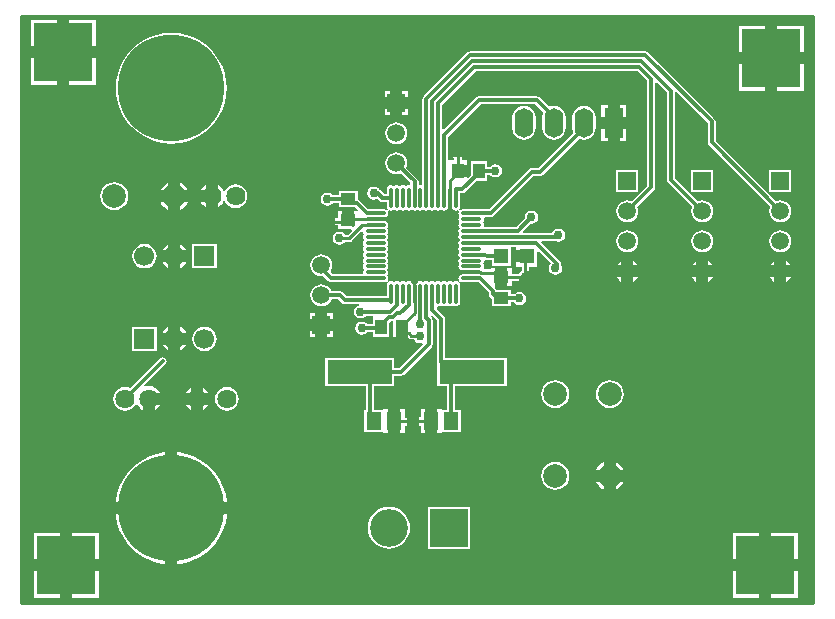
<source format=gbl>
G04*
G04 #@! TF.GenerationSoftware,Altium Limited,Altium Designer,19.1.5 (86)*
G04*
G04 Layer_Physical_Order=4*
G04 Layer_Color=16711680*
%FSLAX25Y25*%
%MOIN*%
G70*
G01*
G75*
%ADD13C,0.01000*%
%ADD15R,0.05000X0.05000*%
%ADD19R,0.05118X0.05906*%
%ADD43C,0.01200*%
%ADD45C,0.06693*%
%ADD46R,0.06693X0.06693*%
%ADD47R,0.06299X0.09843*%
%ADD48O,0.06299X0.09843*%
%ADD49R,0.05906X0.05906*%
%ADD50C,0.05906*%
%ADD51C,0.35433*%
%ADD52C,0.06400*%
%ADD53C,0.07900*%
%ADD54C,0.12598*%
%ADD55R,0.12598X0.12598*%
%ADD56R,0.19685X0.19685*%
%ADD57R,0.19685X0.19685*%
%ADD58C,0.03000*%
%ADD59O,0.07087X0.01181*%
%ADD60O,0.01181X0.07087*%
%ADD61R,0.21654X0.07874*%
%ADD62R,0.05118X0.03937*%
%ADD63R,0.03937X0.05118*%
G36*
X299000Y57500D02*
X35000D01*
Y253000D01*
X299000D01*
Y57500D01*
D02*
G37*
%LPC*%
G36*
X59842Y251842D02*
X51000D01*
Y243000D01*
X59842D01*
Y251842D01*
D02*
G37*
G36*
X47000D02*
X38157D01*
Y243000D01*
X47000D01*
Y251842D01*
D02*
G37*
G36*
X295843Y249843D02*
X287000D01*
Y241000D01*
X295843D01*
Y249843D01*
D02*
G37*
G36*
X283000D02*
X274158D01*
Y241000D01*
X283000D01*
Y249843D01*
D02*
G37*
G36*
X59842Y239000D02*
X51000D01*
Y230157D01*
X59842D01*
Y239000D01*
D02*
G37*
G36*
X47000D02*
X38157D01*
Y230157D01*
X47000D01*
Y239000D01*
D02*
G37*
G36*
X295843Y237000D02*
X287000D01*
Y228157D01*
X295843D01*
Y237000D01*
D02*
G37*
G36*
X283000D02*
X274158D01*
Y228157D01*
X283000D01*
Y237000D01*
D02*
G37*
G36*
X163953Y227953D02*
X162000D01*
Y226000D01*
X163953D01*
Y227953D01*
D02*
G37*
G36*
X158000D02*
X156047D01*
Y226000D01*
X158000D01*
Y227953D01*
D02*
G37*
G36*
X163953Y222000D02*
X162000D01*
Y220047D01*
X163953D01*
Y222000D01*
D02*
G37*
G36*
X158000D02*
X156047D01*
Y220047D01*
X158000D01*
Y222000D01*
D02*
G37*
G36*
X236650Y223421D02*
X234500D01*
Y219500D01*
X236650D01*
Y223421D01*
D02*
G37*
G36*
X230500D02*
X228350D01*
Y219500D01*
X230500D01*
Y223421D01*
D02*
G37*
G36*
X202500Y223154D02*
X201495Y223022D01*
X200559Y222634D01*
X199754Y222017D01*
X199137Y221213D01*
X198749Y220277D01*
X198617Y219272D01*
Y215728D01*
X198749Y214723D01*
X198894Y214373D01*
X198920Y214245D01*
X198992Y214137D01*
X199137Y213787D01*
X199754Y212983D01*
X200559Y212366D01*
X201495Y211978D01*
X202500Y211845D01*
X203505Y211978D01*
X204441Y212366D01*
X205246Y212983D01*
X205863Y213787D01*
X206251Y214723D01*
X206383Y215728D01*
Y219272D01*
X206251Y220277D01*
X205863Y221213D01*
X205246Y222017D01*
X204441Y222634D01*
X203505Y223022D01*
X202500Y223154D01*
D02*
G37*
G36*
X236650Y215500D02*
X234500D01*
Y211579D01*
X236650D01*
Y215500D01*
D02*
G37*
G36*
X230500D02*
X228350D01*
Y211579D01*
X230500D01*
Y215500D01*
D02*
G37*
G36*
X85000Y247456D02*
X82591Y247298D01*
X80223Y246827D01*
X77937Y246051D01*
X75772Y244983D01*
X73765Y243642D01*
X71950Y242050D01*
X70358Y240235D01*
X69017Y238228D01*
X67949Y236063D01*
X67173Y233777D01*
X66702Y231409D01*
X66544Y229000D01*
X66702Y226591D01*
X67173Y224223D01*
X67949Y221937D01*
X69017Y219772D01*
X70358Y217765D01*
X71950Y215950D01*
X73765Y214358D01*
X75772Y213017D01*
X77937Y211949D01*
X80223Y211173D01*
X82591Y210702D01*
X85000Y210544D01*
X87409Y210702D01*
X89777Y211173D01*
X92063Y211949D01*
X94228Y213017D01*
X96235Y214358D01*
X98050Y215950D01*
X99642Y217765D01*
X100983Y219772D01*
X102051Y221937D01*
X102827Y224223D01*
X103298Y226591D01*
X103456Y229000D01*
X103298Y231409D01*
X102827Y233777D01*
X102051Y236063D01*
X100983Y238228D01*
X99642Y240235D01*
X98050Y242050D01*
X96235Y243642D01*
X94228Y244983D01*
X92063Y246051D01*
X89777Y246827D01*
X87409Y247298D01*
X85000Y247456D01*
D02*
G37*
G36*
X160000Y217684D02*
X159046Y217559D01*
X158158Y217191D01*
X157395Y216605D01*
X156809Y215842D01*
X156441Y214954D01*
X156316Y214000D01*
X156441Y213046D01*
X156809Y212158D01*
X157395Y211395D01*
X158158Y210809D01*
X159046Y210441D01*
X160000Y210316D01*
X160954Y210441D01*
X161842Y210809D01*
X162605Y211395D01*
X163191Y212158D01*
X163559Y213046D01*
X163684Y214000D01*
X163559Y214954D01*
X163191Y215842D01*
X162605Y216605D01*
X161842Y217191D01*
X160954Y217559D01*
X160000Y217684D01*
D02*
G37*
G36*
X88000Y197529D02*
Y195000D01*
X90529D01*
X90324Y195496D01*
X89530Y196530D01*
X88496Y197324D01*
X88000Y197529D01*
D02*
G37*
G36*
X96500Y196718D02*
X96382Y196669D01*
X95504Y195995D01*
X94831Y195118D01*
X94782Y195000D01*
X96500D01*
Y196718D01*
D02*
G37*
G36*
X84000Y197529D02*
X83504Y197324D01*
X82470Y196530D01*
X81676Y195496D01*
X81471Y195000D01*
X84000D01*
Y197529D01*
D02*
G37*
G36*
X106374Y196934D02*
X105356Y196800D01*
X104407Y196407D01*
X103593Y195782D01*
X102967Y194967D01*
X102870Y194732D01*
X102329D01*
X102169Y195118D01*
X101496Y195995D01*
X100618Y196669D01*
X100500Y196718D01*
Y193000D01*
Y189282D01*
X100618Y189331D01*
X101496Y190005D01*
X102169Y190882D01*
X102329Y191268D01*
X102870D01*
X102967Y191033D01*
X103593Y190218D01*
X104407Y189593D01*
X105356Y189200D01*
X106374Y189066D01*
X107392Y189200D01*
X108341Y189593D01*
X109155Y190218D01*
X109781Y191033D01*
X110174Y191982D01*
X110308Y193000D01*
X110174Y194018D01*
X109781Y194967D01*
X109155Y195782D01*
X108341Y196407D01*
X107392Y196800D01*
X106374Y196934D01*
D02*
G37*
G36*
X291653Y201653D02*
X284347D01*
Y194347D01*
X291653D01*
Y201653D01*
D02*
G37*
G36*
X265653D02*
X258347D01*
Y194347D01*
X265653D01*
Y201653D01*
D02*
G37*
G36*
X240653D02*
X233347D01*
Y194347D01*
X240653D01*
Y201653D01*
D02*
G37*
G36*
X96500Y191000D02*
X94782D01*
X94831Y190882D01*
X95504Y190005D01*
X96382Y189331D01*
X96500Y189282D01*
Y191000D01*
D02*
G37*
G36*
X90529D02*
X88000D01*
Y188471D01*
X88496Y188676D01*
X89530Y189470D01*
X90324Y190504D01*
X90529Y191000D01*
D02*
G37*
G36*
X84000D02*
X81471D01*
X81676Y190504D01*
X82470Y189470D01*
X83504Y188676D01*
X84000Y188471D01*
Y191000D01*
D02*
G37*
G36*
X66000Y197690D02*
X64786Y197530D01*
X63655Y197062D01*
X62684Y196316D01*
X61938Y195345D01*
X61470Y194214D01*
X61310Y193000D01*
X61470Y191786D01*
X61938Y190655D01*
X62684Y189684D01*
X63655Y188938D01*
X64786Y188470D01*
X66000Y188310D01*
X67214Y188470D01*
X68345Y188938D01*
X69316Y189684D01*
X70062Y190655D01*
X70530Y191786D01*
X70690Y193000D01*
X70530Y194214D01*
X70062Y195345D01*
X69316Y196316D01*
X68345Y197062D01*
X67214Y197530D01*
X66000Y197690D01*
D02*
G37*
G36*
X243000Y241325D02*
X184626D01*
X184119Y241225D01*
X183689Y240937D01*
X169047Y226295D01*
X168760Y225866D01*
X168659Y225358D01*
Y197076D01*
X168159Y196685D01*
X168016Y196713D01*
X167873Y196685D01*
X167373Y197076D01*
Y197953D01*
X167272Y198460D01*
X166984Y198890D01*
X163345Y202530D01*
X163559Y203046D01*
X163684Y204000D01*
X163559Y204954D01*
X163191Y205842D01*
X162605Y206605D01*
X161842Y207191D01*
X160954Y207559D01*
X160000Y207684D01*
X159046Y207559D01*
X158158Y207191D01*
X157395Y206605D01*
X156809Y205842D01*
X156441Y204954D01*
X156316Y204000D01*
X156441Y203046D01*
X156809Y202158D01*
X157395Y201395D01*
X158158Y200809D01*
X159046Y200441D01*
X160000Y200316D01*
X160954Y200441D01*
X161470Y200655D01*
X164603Y197522D01*
X164580Y197001D01*
X164185Y196692D01*
X164079Y196713D01*
X163575Y196613D01*
X163148Y196328D01*
X163041D01*
X162614Y196613D01*
X162110Y196713D01*
X161607Y196613D01*
X161521Y196556D01*
X161126Y196355D01*
X160731Y196556D01*
X160645Y196613D01*
X160142Y196713D01*
X159638Y196613D01*
X159553Y196556D01*
X159158Y196355D01*
X158762Y196556D01*
X158677Y196613D01*
X158173Y196713D01*
X157670Y196613D01*
X157243Y196328D01*
X156958Y195901D01*
X156857Y195398D01*
Y193770D01*
X155903D01*
X154736Y194937D01*
X154345Y195199D01*
X154086Y195586D01*
X153358Y196072D01*
X152500Y196243D01*
X151642Y196072D01*
X150914Y195586D01*
X150428Y194858D01*
X150257Y194000D01*
X150428Y193142D01*
X150914Y192414D01*
X151642Y191928D01*
X152500Y191757D01*
X153358Y191928D01*
X153741Y192183D01*
X154417Y191508D01*
X154847Y191220D01*
X155354Y191119D01*
X156857D01*
Y189492D01*
X156958Y188989D01*
X157077Y188810D01*
X157130Y188730D01*
X156770Y188370D01*
X156690Y188423D01*
X156511Y188542D01*
X156008Y188643D01*
X153104D01*
X153055Y188652D01*
X150670D01*
X147754Y191569D01*
X147324Y191856D01*
X147259Y191869D01*
Y194668D01*
X140741D01*
Y193325D01*
X138760D01*
X138586Y193586D01*
X137858Y194072D01*
X137000Y194243D01*
X136142Y194072D01*
X135414Y193586D01*
X134928Y192858D01*
X134757Y192000D01*
X134928Y191142D01*
X135414Y190414D01*
X136142Y189928D01*
X137000Y189757D01*
X137858Y189928D01*
X138586Y190414D01*
X138760Y190674D01*
X140741D01*
Y189331D01*
X145240D01*
X145369Y189306D01*
X146267D01*
X147152Y188421D01*
X146945Y187921D01*
X146039D01*
Y184953D01*
X142039D01*
Y187921D01*
X140480D01*
Y185723D01*
X139689D01*
X139500Y186007D01*
Y184500D01*
Y182993D01*
X139689Y183276D01*
X140480D01*
Y181984D01*
X144912D01*
X145103Y181522D01*
X143804Y180224D01*
X142828D01*
X142586Y180586D01*
X141858Y181072D01*
X141000Y181243D01*
X140142Y181072D01*
X139414Y180586D01*
X138928Y179858D01*
X138757Y179000D01*
X138928Y178142D01*
X139414Y177414D01*
X140142Y176928D01*
X141000Y176757D01*
X141858Y176928D01*
X142586Y177414D01*
X142828Y177777D01*
X144311D01*
X144779Y177870D01*
X145176Y178135D01*
X148308Y181266D01*
X148850Y181102D01*
X148887Y180918D01*
X148944Y180832D01*
X149145Y180437D01*
X148944Y180042D01*
X148887Y179956D01*
X148786Y179453D01*
X148887Y178949D01*
X149172Y178522D01*
Y178415D01*
X148887Y177988D01*
X148786Y177484D01*
X148887Y176981D01*
X148944Y176895D01*
X149145Y176500D01*
X148944Y176105D01*
X148887Y176019D01*
X148786Y175516D01*
X148887Y175012D01*
X148944Y174927D01*
X149145Y174531D01*
X148944Y174136D01*
X148887Y174051D01*
X148786Y173547D01*
X148887Y173044D01*
X149172Y172617D01*
Y172509D01*
X148887Y172082D01*
X148786Y171579D01*
X148887Y171075D01*
X148944Y170990D01*
X149145Y170595D01*
X148944Y170199D01*
X148887Y170114D01*
X148786Y169610D01*
X148887Y169107D01*
X149172Y168680D01*
Y168572D01*
X148887Y168145D01*
X148786Y167642D01*
X148817Y167489D01*
X148431Y166989D01*
X138804D01*
X137950Y167844D01*
X138191Y168158D01*
X138559Y169046D01*
X138684Y170000D01*
X138559Y170954D01*
X138191Y171842D01*
X137605Y172605D01*
X136842Y173191D01*
X135954Y173559D01*
X135000Y173684D01*
X134046Y173559D01*
X133158Y173191D01*
X132395Y172605D01*
X131809Y171842D01*
X131441Y170954D01*
X131316Y170000D01*
X131441Y169046D01*
X131809Y168158D01*
X132395Y167395D01*
X133158Y166809D01*
X134046Y166441D01*
X135000Y166316D01*
X135644Y166401D01*
X137318Y164726D01*
X137748Y164439D01*
X138255Y164338D01*
X150112D01*
X150159Y164348D01*
X153055D01*
X153104Y164357D01*
X156008D01*
X156511Y164458D01*
X156690Y164577D01*
X156770Y164630D01*
X157130Y164270D01*
X157077Y164190D01*
X156958Y164011D01*
X156857Y163508D01*
Y160604D01*
X156848Y160555D01*
Y159799D01*
X143307D01*
X142169Y160937D01*
X141739Y161225D01*
X141232Y161326D01*
X138405D01*
X138191Y161842D01*
X137605Y162605D01*
X136842Y163191D01*
X135954Y163559D01*
X135000Y163684D01*
X134046Y163559D01*
X133158Y163191D01*
X132395Y162605D01*
X131809Y161842D01*
X131441Y160954D01*
X131316Y160000D01*
X131441Y159046D01*
X131809Y158158D01*
X132395Y157395D01*
X133158Y156809D01*
X134046Y156441D01*
X135000Y156316D01*
X135954Y156441D01*
X136842Y156809D01*
X137605Y157395D01*
X138191Y158158D01*
X138405Y158675D01*
X140683D01*
X141821Y157537D01*
X142251Y157249D01*
X142758Y157148D01*
X147475D01*
X147524Y156648D01*
X147142Y156572D01*
X146414Y156086D01*
X145928Y155358D01*
X145757Y154500D01*
X145928Y153642D01*
X146414Y152914D01*
X147142Y152428D01*
X148000Y152257D01*
X148858Y152428D01*
X149586Y152914D01*
X149760Y153174D01*
X152175D01*
X152284Y152720D01*
X152284D01*
Y150326D01*
X150260D01*
X150086Y150586D01*
X149358Y151072D01*
X148500Y151243D01*
X147642Y151072D01*
X146914Y150586D01*
X146428Y149858D01*
X146257Y149000D01*
X146428Y148142D01*
X146914Y147414D01*
X147642Y146928D01*
X148500Y146757D01*
X149358Y146928D01*
X150086Y147414D01*
X150260Y147675D01*
X152284D01*
Y146202D01*
X157621D01*
Y150845D01*
X158051Y151275D01*
X158734D01*
X159031Y151030D01*
Y145941D01*
X160000D01*
Y149500D01*
X164000D01*
Y145770D01*
X164135Y145635D01*
X164532Y145370D01*
X165000Y145276D01*
X165811D01*
X166198Y144698D01*
X167025Y144145D01*
X168000Y143951D01*
X168461Y144043D01*
X168707Y143582D01*
X160951Y135826D01*
X159326D01*
Y139137D01*
X136272D01*
Y129863D01*
X149811D01*
Y121653D01*
X149241D01*
Y114347D01*
X155634D01*
Y114047D01*
X157193D01*
Y118000D01*
Y121953D01*
X155634D01*
Y121653D01*
X152462D01*
Y129863D01*
X159326D01*
Y133175D01*
X161500D01*
X162007Y133275D01*
X162437Y133563D01*
X171737Y142863D01*
X172025Y143293D01*
X172125Y143800D01*
Y151660D01*
X172025Y152167D01*
X171737Y152597D01*
X171469Y152865D01*
X171500Y153083D01*
X172030Y153260D01*
X173649Y151641D01*
Y137837D01*
X173674Y137709D01*
Y129863D01*
X177021D01*
Y121653D01*
X175213D01*
Y121953D01*
X173654D01*
Y118000D01*
Y114047D01*
X175213D01*
Y114347D01*
X181606D01*
Y121653D01*
X179672D01*
Y129863D01*
X196728D01*
Y139137D01*
X176300D01*
Y152190D01*
X176199Y152698D01*
X175911Y153128D01*
X173526Y155514D01*
X173547Y155914D01*
X173921Y156287D01*
X174425Y156387D01*
X174510Y156444D01*
X174906Y156645D01*
X175301Y156444D01*
X175386Y156387D01*
X175890Y156287D01*
X176393Y156387D01*
X176479Y156444D01*
X176874Y156645D01*
X177269Y156444D01*
X177355Y156387D01*
X177858Y156287D01*
X178362Y156387D01*
X178447Y156444D01*
X178842Y156645D01*
X179238Y156444D01*
X179323Y156387D01*
X179827Y156287D01*
X180330Y156387D01*
X180757Y156672D01*
X181042Y157099D01*
X181143Y157602D01*
Y163508D01*
X181042Y164011D01*
X180923Y164190D01*
X180870Y164270D01*
X181230Y164630D01*
X181310Y164577D01*
X181489Y164458D01*
X181992Y164357D01*
X184896D01*
X184945Y164348D01*
X187330D01*
X190716Y160962D01*
Y160369D01*
X190816Y159861D01*
X191104Y159431D01*
X191780Y158755D01*
Y156284D01*
X198298D01*
Y157627D01*
X199279D01*
X199453Y157367D01*
X200181Y156880D01*
X201039Y156710D01*
X201898Y156880D01*
X202625Y157367D01*
X203112Y158094D01*
X203282Y158953D01*
X203112Y159811D01*
X202625Y160539D01*
X201898Y161025D01*
X201039Y161196D01*
X200181Y161025D01*
X199453Y160539D01*
X199279Y160278D01*
X198298D01*
Y161621D01*
X193344D01*
X193265Y162018D01*
X192978Y162448D01*
X192857Y162570D01*
X193000Y162915D01*
Y166000D01*
Y168968D01*
X191441D01*
Y168692D01*
X189438D01*
X189299Y168869D01*
X189130Y169192D01*
X189214Y169610D01*
X189113Y170114D01*
X189056Y170199D01*
X188855Y170595D01*
X189056Y170990D01*
X189113Y171075D01*
X189204Y171532D01*
X189392Y171671D01*
X189676Y171819D01*
X189740Y171775D01*
X190247Y171675D01*
X191800D01*
Y169800D01*
X198200D01*
Y176159D01*
X199900D01*
Y175000D01*
X203400D01*
Y171000D01*
X199900D01*
Y169500D01*
X201777D01*
Y168189D01*
X201198Y167802D01*
X200811Y167224D01*
X198559D01*
Y168968D01*
X197000D01*
Y166000D01*
Y163031D01*
X198559D01*
Y164777D01*
X200811D01*
X201000Y164493D01*
Y166000D01*
X203000D01*
Y168000D01*
X204507D01*
X204223Y168189D01*
Y169500D01*
X206900D01*
Y174572D01*
X207362Y174764D01*
X211425Y170700D01*
X211414Y170586D01*
X210928Y169858D01*
X210757Y169000D01*
X210928Y168142D01*
X211414Y167414D01*
X212142Y166928D01*
X213000Y166757D01*
X213858Y166928D01*
X214586Y167414D01*
X215072Y168142D01*
X215243Y169000D01*
X215072Y169858D01*
X214828Y170223D01*
Y170497D01*
X214727Y171004D01*
X214440Y171434D01*
X208209Y177665D01*
X208401Y178127D01*
X212843D01*
X213142Y177928D01*
X214000Y177757D01*
X214858Y177928D01*
X215586Y178414D01*
X216072Y179142D01*
X216243Y180000D01*
X216072Y180858D01*
X215586Y181586D01*
X214858Y182072D01*
X214000Y182243D01*
X213142Y182072D01*
X212414Y181586D01*
X211928Y180858D01*
X211912Y180778D01*
X202306D01*
X202115Y181240D01*
X204693Y183818D01*
X205000Y183757D01*
X205858Y183928D01*
X206586Y184414D01*
X207072Y185142D01*
X207243Y186000D01*
X207072Y186858D01*
X206586Y187586D01*
X205858Y188072D01*
X205000Y188243D01*
X204142Y188072D01*
X203414Y187586D01*
X202928Y186858D01*
X202757Y186000D01*
X202818Y185693D01*
X199872Y182747D01*
X189576D01*
X189185Y183247D01*
X189214Y183390D01*
X189113Y183893D01*
X189056Y183979D01*
X188855Y184374D01*
X189056Y184769D01*
X189113Y184855D01*
X189214Y185358D01*
X189185Y185501D01*
X189576Y186001D01*
X191408D01*
X191915Y186102D01*
X192345Y186390D01*
X205675Y199719D01*
X207816D01*
X208323Y199820D01*
X208753Y200107D01*
X220879Y212233D01*
X221495Y211978D01*
X222500Y211845D01*
X223505Y211978D01*
X224441Y212366D01*
X225246Y212983D01*
X225863Y213787D01*
X226251Y214723D01*
X226383Y215728D01*
Y219272D01*
X226251Y220277D01*
X225863Y221213D01*
X225246Y222017D01*
X224441Y222634D01*
X223505Y223022D01*
X222500Y223154D01*
X221495Y223022D01*
X220559Y222634D01*
X219754Y222017D01*
X219137Y221213D01*
X218749Y220277D01*
X218617Y219272D01*
Y215728D01*
X218749Y214723D01*
X219005Y214107D01*
X207267Y202370D01*
X205126D01*
X204618Y202269D01*
X204188Y201982D01*
X190859Y188652D01*
X184945D01*
X184896Y188643D01*
X181992D01*
X181489Y188542D01*
X181310Y188423D01*
X181230Y188370D01*
X180870Y188730D01*
X180923Y188810D01*
X181042Y188989D01*
X181143Y189492D01*
Y192396D01*
X181152Y192445D01*
Y194063D01*
X181979D01*
X182486Y194164D01*
X182916Y194451D01*
X186706Y198241D01*
X190168D01*
Y200174D01*
X191240D01*
X191414Y199914D01*
X192142Y199428D01*
X193000Y199257D01*
X193858Y199428D01*
X194586Y199914D01*
X195072Y200642D01*
X195243Y201500D01*
X195072Y202358D01*
X194586Y203086D01*
X193858Y203572D01*
X193000Y203743D01*
X192142Y203572D01*
X191414Y203086D01*
X191240Y202825D01*
X190168D01*
Y204759D01*
X184832D01*
Y200115D01*
X183883Y199167D01*
X183421Y199358D01*
Y199461D01*
X180453D01*
Y203461D01*
X183421D01*
Y205020D01*
X181723D01*
Y205811D01*
X182007Y206000D01*
X178993D01*
X179277Y205811D01*
Y205020D01*
X177484D01*
X177215Y205408D01*
Y212841D01*
X188049Y223675D01*
X206223D01*
X209005Y220893D01*
X208750Y220277D01*
X208617Y219272D01*
Y215728D01*
X208750Y214723D01*
X209137Y213787D01*
X209754Y212983D01*
X210559Y212366D01*
X211495Y211978D01*
X212500Y211845D01*
X213505Y211978D01*
X214441Y212366D01*
X215246Y212983D01*
X215863Y213787D01*
X216250Y214723D01*
X216383Y215728D01*
Y219272D01*
X216250Y220277D01*
X215863Y221213D01*
X215246Y222017D01*
X214441Y222634D01*
X213505Y223022D01*
X212500Y223154D01*
X211495Y223022D01*
X210879Y222767D01*
X207709Y225937D01*
X207279Y226225D01*
X206772Y226325D01*
X187500D01*
X186993Y226225D01*
X186563Y225937D01*
X175709Y215083D01*
X175247Y215275D01*
Y219604D01*
X175326Y220000D01*
X175326Y220000D01*
Y223451D01*
X186549Y234675D01*
X240451D01*
X243674Y231451D01*
Y196549D01*
X238470Y191345D01*
X237953Y191559D01*
X237000Y191684D01*
X236046Y191559D01*
X235158Y191191D01*
X234395Y190605D01*
X233809Y189842D01*
X233441Y188953D01*
X233316Y188000D01*
X233441Y187046D01*
X233809Y186158D01*
X234395Y185395D01*
X235158Y184809D01*
X236046Y184441D01*
X237000Y184316D01*
X237953Y184441D01*
X238842Y184809D01*
X239605Y185395D01*
X240191Y186158D01*
X240559Y187046D01*
X240684Y188000D01*
X240559Y188953D01*
X240345Y189470D01*
X245937Y195063D01*
X246225Y195493D01*
X246325Y196000D01*
Y230834D01*
X246787Y231025D01*
X250118Y227695D01*
Y198557D01*
X250219Y198049D01*
X250506Y197619D01*
X258655Y189470D01*
X258441Y188954D01*
X258316Y188000D01*
X258441Y187046D01*
X258809Y186158D01*
X259395Y185395D01*
X260158Y184809D01*
X261046Y184441D01*
X262000Y184316D01*
X262954Y184441D01*
X263842Y184809D01*
X264605Y185395D01*
X265191Y186158D01*
X265559Y187046D01*
X265684Y188000D01*
X265559Y188954D01*
X265191Y189842D01*
X264605Y190605D01*
X263842Y191191D01*
X262954Y191559D01*
X262000Y191684D01*
X261046Y191559D01*
X260530Y191345D01*
X252769Y199106D01*
Y227650D01*
X253269Y227857D01*
X263724Y217401D01*
Y210950D01*
X263825Y210443D01*
X264113Y210013D01*
X284655Y189470D01*
X284441Y188954D01*
X284316Y188000D01*
X284441Y187046D01*
X284809Y186158D01*
X285395Y185395D01*
X286158Y184809D01*
X287046Y184441D01*
X288000Y184316D01*
X288954Y184441D01*
X289842Y184809D01*
X290605Y185395D01*
X291191Y186158D01*
X291559Y187046D01*
X291684Y188000D01*
X291559Y188954D01*
X291191Y189842D01*
X290605Y190605D01*
X289842Y191191D01*
X288954Y191559D01*
X288000Y191684D01*
X287046Y191559D01*
X286530Y191345D01*
X266375Y211499D01*
Y217950D01*
X266274Y218457D01*
X265987Y218887D01*
X243937Y240937D01*
X243507Y241225D01*
X243000Y241325D01*
D02*
G37*
G36*
X88000Y176876D02*
Y175000D01*
X89876D01*
X89797Y175192D01*
X89100Y176100D01*
X88192Y176797D01*
X88000Y176876D01*
D02*
G37*
G36*
X84000D02*
X83808Y176797D01*
X82900Y176100D01*
X82203Y175192D01*
X82124Y175000D01*
X84000D01*
Y176876D01*
D02*
G37*
G36*
X288000Y181684D02*
X287046Y181559D01*
X286158Y181191D01*
X285395Y180605D01*
X284809Y179842D01*
X284441Y178954D01*
X284316Y178000D01*
X284441Y177046D01*
X284809Y176158D01*
X285395Y175395D01*
X286158Y174809D01*
X287046Y174441D01*
X288000Y174316D01*
X288954Y174441D01*
X289842Y174809D01*
X290605Y175395D01*
X291191Y176158D01*
X291559Y177046D01*
X291684Y178000D01*
X291559Y178954D01*
X291191Y179842D01*
X290605Y180605D01*
X289842Y181191D01*
X288954Y181559D01*
X288000Y181684D01*
D02*
G37*
G36*
X262000D02*
X261046Y181559D01*
X260158Y181191D01*
X259395Y180605D01*
X258809Y179842D01*
X258441Y178954D01*
X258316Y178000D01*
X258441Y177046D01*
X258809Y176158D01*
X259395Y175395D01*
X260158Y174809D01*
X261046Y174441D01*
X262000Y174316D01*
X262954Y174441D01*
X263842Y174809D01*
X264605Y175395D01*
X265191Y176158D01*
X265559Y177046D01*
X265684Y178000D01*
X265559Y178954D01*
X265191Y179842D01*
X264605Y180605D01*
X263842Y181191D01*
X262954Y181559D01*
X262000Y181684D01*
D02*
G37*
G36*
X237000D02*
X236046Y181559D01*
X235158Y181191D01*
X234395Y180605D01*
X233809Y179842D01*
X233441Y178954D01*
X233316Y178000D01*
X233441Y177046D01*
X233809Y176158D01*
X234395Y175395D01*
X235158Y174809D01*
X236046Y174441D01*
X237000Y174316D01*
X237954Y174441D01*
X238842Y174809D01*
X239605Y175395D01*
X240191Y176158D01*
X240559Y177046D01*
X240684Y178000D01*
X240559Y178954D01*
X240191Y179842D01*
X239605Y180605D01*
X238842Y181191D01*
X237954Y181559D01*
X237000Y181684D01*
D02*
G37*
G36*
X290000Y171448D02*
Y170000D01*
X291448D01*
X290819Y170819D01*
X290000Y171448D01*
D02*
G37*
G36*
X264000D02*
Y170000D01*
X265448D01*
X264819Y170819D01*
X264000Y171448D01*
D02*
G37*
G36*
X239000D02*
Y170000D01*
X240448D01*
X239819Y170819D01*
X239000Y171448D01*
D02*
G37*
G36*
X286000D02*
X285181Y170819D01*
X284552Y170000D01*
X286000D01*
Y171448D01*
D02*
G37*
G36*
X260000D02*
X259181Y170819D01*
X258552Y170000D01*
X260000D01*
Y171448D01*
D02*
G37*
G36*
X235000D02*
X234181Y170819D01*
X233552Y170000D01*
X235000D01*
Y171448D01*
D02*
G37*
G36*
X89876Y171000D02*
X88000D01*
Y169124D01*
X88192Y169203D01*
X89100Y169900D01*
X89797Y170808D01*
X89876Y171000D01*
D02*
G37*
G36*
X84000D02*
X82124D01*
X82203Y170808D01*
X82900Y169900D01*
X83808Y169203D01*
X84000Y169124D01*
Y171000D01*
D02*
G37*
G36*
X100047Y177047D02*
X91953D01*
Y168954D01*
X100047D01*
Y177047D01*
D02*
G37*
G36*
X76000Y177081D02*
X74944Y176942D01*
X73959Y176535D01*
X73114Y175886D01*
X72465Y175041D01*
X72058Y174056D01*
X71919Y173000D01*
X72058Y171944D01*
X72465Y170959D01*
X73114Y170114D01*
X73959Y169465D01*
X74944Y169058D01*
X76000Y168919D01*
X77056Y169058D01*
X78041Y169465D01*
X78886Y170114D01*
X79535Y170959D01*
X79942Y171944D01*
X80081Y173000D01*
X79942Y174056D01*
X79535Y175041D01*
X78886Y175886D01*
X78041Y176535D01*
X77056Y176942D01*
X76000Y177081D01*
D02*
G37*
G36*
X291448Y166000D02*
X290000D01*
Y164552D01*
X290819Y165181D01*
X291448Y166000D01*
D02*
G37*
G36*
X265448D02*
X264000D01*
Y164552D01*
X264819Y165181D01*
X265448Y166000D01*
D02*
G37*
G36*
X240448D02*
X239000D01*
Y164552D01*
X239819Y165181D01*
X240448Y166000D01*
D02*
G37*
G36*
X260000D02*
X258552D01*
X259181Y165181D01*
X260000Y164552D01*
Y166000D01*
D02*
G37*
G36*
X235000D02*
X233552D01*
X234181Y165181D01*
X235000Y164552D01*
Y166000D01*
D02*
G37*
G36*
X286000D02*
X284552D01*
X285181Y165181D01*
X286000Y164552D01*
Y166000D01*
D02*
G37*
G36*
X138953Y153953D02*
X137000D01*
Y152000D01*
X138953D01*
Y153953D01*
D02*
G37*
G36*
X133000D02*
X131047D01*
Y152000D01*
X133000D01*
Y153953D01*
D02*
G37*
G36*
X88000Y149376D02*
Y147500D01*
X89876D01*
X89797Y147692D01*
X89100Y148600D01*
X88192Y149297D01*
X88000Y149376D01*
D02*
G37*
G36*
X84000D02*
X83808Y149297D01*
X82900Y148600D01*
X82203Y147692D01*
X82124Y147500D01*
X84000D01*
Y149376D01*
D02*
G37*
G36*
X138953Y148000D02*
X137000D01*
Y146047D01*
X138953D01*
Y148000D01*
D02*
G37*
G36*
X133000D02*
X131047D01*
Y146047D01*
X133000D01*
Y148000D01*
D02*
G37*
G36*
X89876Y143500D02*
X88000D01*
Y141624D01*
X88192Y141703D01*
X89100Y142400D01*
X89797Y143308D01*
X89876Y143500D01*
D02*
G37*
G36*
X84000D02*
X82124D01*
X82203Y143308D01*
X82900Y142400D01*
X83808Y141703D01*
X84000Y141624D01*
Y143500D01*
D02*
G37*
G36*
X80046Y149547D02*
X71953D01*
Y141454D01*
X80046D01*
Y149547D01*
D02*
G37*
G36*
X96000Y149581D02*
X94944Y149442D01*
X93959Y149035D01*
X93114Y148386D01*
X92465Y147541D01*
X92058Y146556D01*
X91919Y145500D01*
X92058Y144444D01*
X92465Y143459D01*
X93114Y142614D01*
X93959Y141965D01*
X94944Y141558D01*
X96000Y141419D01*
X97056Y141558D01*
X98041Y141965D01*
X98886Y142614D01*
X99535Y143459D01*
X99942Y144444D01*
X100081Y145500D01*
X99942Y146556D01*
X99535Y147541D01*
X98886Y148386D01*
X98041Y149035D01*
X97056Y149442D01*
X96000Y149581D01*
D02*
G37*
G36*
X82063Y139325D02*
X81556Y139225D01*
X81126Y138937D01*
X71223Y129034D01*
X70581Y129300D01*
X69563Y129434D01*
X68545Y129300D01*
X67596Y128907D01*
X66782Y128281D01*
X66156Y127467D01*
X65763Y126518D01*
X65629Y125500D01*
X65763Y124482D01*
X66156Y123533D01*
X66782Y122719D01*
X67596Y122093D01*
X68545Y121700D01*
X69563Y121566D01*
X70581Y121700D01*
X71530Y122093D01*
X72344Y122719D01*
X72970Y123533D01*
X73067Y123768D01*
X73608D01*
X73768Y123382D01*
X74441Y122504D01*
X75319Y121831D01*
X75437Y121782D01*
Y125500D01*
X77437D01*
Y127500D01*
X81155D01*
X81106Y127618D01*
X80432Y128496D01*
X79555Y129169D01*
X78533Y129592D01*
X77437Y129736D01*
X76341Y129592D01*
X76163Y129518D01*
X75880Y129942D01*
X83000Y137063D01*
X83288Y137493D01*
X83389Y138000D01*
X83288Y138507D01*
X83000Y138937D01*
X82570Y139225D01*
X82063Y139325D01*
D02*
G37*
G36*
X95500Y129218D02*
Y127500D01*
X97218D01*
X97169Y127618D01*
X96495Y128496D01*
X95618Y129169D01*
X95500Y129218D01*
D02*
G37*
G36*
X91500D02*
X91382Y129169D01*
X90504Y128496D01*
X89831Y127618D01*
X89782Y127500D01*
X91500D01*
Y129218D01*
D02*
G37*
G36*
X231110Y131690D02*
X229896Y131530D01*
X228765Y131062D01*
X227794Y130316D01*
X227048Y129345D01*
X226580Y128214D01*
X226420Y127000D01*
X226580Y125786D01*
X227048Y124655D01*
X227794Y123684D01*
X228765Y122938D01*
X229896Y122470D01*
X231110Y122310D01*
X232324Y122470D01*
X233455Y122938D01*
X234427Y123684D01*
X235172Y124655D01*
X235641Y125786D01*
X235800Y127000D01*
X235641Y128214D01*
X235172Y129345D01*
X234427Y130316D01*
X233455Y131062D01*
X232324Y131530D01*
X231110Y131690D01*
D02*
G37*
G36*
X213000D02*
X211786Y131530D01*
X210655Y131062D01*
X209684Y130316D01*
X208938Y129345D01*
X208470Y128214D01*
X208310Y127000D01*
X208470Y125786D01*
X208938Y124655D01*
X209684Y123684D01*
X210655Y122938D01*
X211786Y122470D01*
X213000Y122310D01*
X214214Y122470D01*
X215345Y122938D01*
X216316Y123684D01*
X217062Y124655D01*
X217530Y125786D01*
X217690Y127000D01*
X217530Y128214D01*
X217062Y129345D01*
X216316Y130316D01*
X215345Y131062D01*
X214214Y131530D01*
X213000Y131690D01*
D02*
G37*
G36*
X97218Y123500D02*
X95500D01*
Y121782D01*
X95618Y121831D01*
X96495Y122504D01*
X97169Y123382D01*
X97218Y123500D01*
D02*
G37*
G36*
X81155D02*
X79437D01*
Y121782D01*
X79555Y121831D01*
X80432Y122504D01*
X81106Y123382D01*
X81155Y123500D01*
D02*
G37*
G36*
X91500D02*
X89782D01*
X89831Y123382D01*
X90504Y122504D01*
X91382Y121831D01*
X91500Y121782D01*
Y123500D01*
D02*
G37*
G36*
X103500Y129434D02*
X102482Y129300D01*
X101533Y128907D01*
X100718Y128281D01*
X100093Y127467D01*
X99700Y126518D01*
X99566Y125500D01*
X99700Y124482D01*
X100093Y123533D01*
X100718Y122719D01*
X101533Y122093D01*
X102482Y121700D01*
X103500Y121566D01*
X104518Y121700D01*
X105467Y122093D01*
X106281Y122719D01*
X106907Y123533D01*
X107300Y124482D01*
X107434Y125500D01*
X107300Y126518D01*
X106907Y127467D01*
X106281Y128281D01*
X105467Y128907D01*
X104518Y129300D01*
X103500Y129434D01*
D02*
G37*
G36*
X169654Y121953D02*
X168095D01*
Y119517D01*
X167595Y119365D01*
X167500Y119507D01*
Y118000D01*
Y116493D01*
X167595Y116635D01*
X168095Y116483D01*
Y114047D01*
X169654D01*
Y118000D01*
Y121953D01*
D02*
G37*
G36*
X162752D02*
X161193D01*
Y118000D01*
Y114047D01*
X162752D01*
Y116777D01*
X163311D01*
X163500Y116493D01*
Y118000D01*
Y119507D01*
X163311Y119223D01*
X162752D01*
Y121953D01*
D02*
G37*
G36*
X233110Y104364D02*
Y101835D01*
X235640D01*
X235434Y102331D01*
X234641Y103365D01*
X233607Y104158D01*
X233110Y104364D01*
D02*
G37*
G36*
X229110D02*
X228614Y104158D01*
X227580Y103365D01*
X226786Y102331D01*
X226581Y101835D01*
X229110D01*
Y104364D01*
D02*
G37*
G36*
X235640Y97835D02*
X233110D01*
Y95305D01*
X233607Y95511D01*
X234641Y96304D01*
X235434Y97338D01*
X235640Y97835D01*
D02*
G37*
G36*
X229110D02*
X226581D01*
X226786Y97338D01*
X227580Y96304D01*
X228614Y95511D01*
X229110Y95305D01*
Y97835D01*
D02*
G37*
G36*
X213000Y104525D02*
X211786Y104365D01*
X210655Y103896D01*
X209684Y103151D01*
X208938Y102180D01*
X208470Y101049D01*
X208310Y99835D01*
X208470Y98621D01*
X208938Y97490D01*
X209684Y96518D01*
X210655Y95773D01*
X211786Y95304D01*
X213000Y95144D01*
X214214Y95304D01*
X215345Y95773D01*
X216316Y96518D01*
X217062Y97490D01*
X217530Y98621D01*
X217690Y99835D01*
X217530Y101049D01*
X217062Y102180D01*
X216316Y103151D01*
X215345Y103896D01*
X214214Y104365D01*
X213000Y104525D01*
D02*
G37*
G36*
X87000Y107626D02*
Y91000D01*
X103626D01*
X103596Y91448D01*
X103118Y93855D01*
X102329Y96178D01*
X101244Y98378D01*
X99881Y100418D01*
X98263Y102263D01*
X96418Y103881D01*
X94378Y105244D01*
X92178Y106329D01*
X89855Y107118D01*
X87448Y107596D01*
X87000Y107626D01*
D02*
G37*
G36*
X83000D02*
X82552Y107596D01*
X80145Y107118D01*
X77822Y106329D01*
X75622Y105244D01*
X73582Y103881D01*
X71737Y102263D01*
X70119Y100418D01*
X68756Y98378D01*
X67671Y96178D01*
X66882Y93855D01*
X66404Y91448D01*
X66374Y91000D01*
X83000D01*
Y107626D01*
D02*
G37*
G36*
X171801Y89525D02*
X171673Y89499D01*
X170501D01*
Y88327D01*
X170475Y88199D01*
X170501Y88071D01*
Y75501D01*
X184499D01*
Y89499D01*
X171929D01*
X171801Y89525D01*
D02*
G37*
G36*
X157500Y89533D02*
X156128Y89398D01*
X154809Y88998D01*
X153593Y88348D01*
X152527Y87473D01*
X151652Y86407D01*
X151002Y85191D01*
X150602Y83872D01*
X150467Y82500D01*
X150602Y81128D01*
X151002Y79809D01*
X151652Y78593D01*
X152527Y77527D01*
X153593Y76652D01*
X154809Y76002D01*
X156128Y75602D01*
X157500Y75467D01*
X158872Y75602D01*
X160191Y76002D01*
X161407Y76652D01*
X162473Y77527D01*
X163348Y78593D01*
X163998Y79809D01*
X164398Y81128D01*
X164533Y82500D01*
X164398Y83872D01*
X163998Y85191D01*
X163348Y86407D01*
X162473Y87473D01*
X161407Y88348D01*
X160191Y88998D01*
X158872Y89398D01*
X157500Y89533D01*
D02*
G37*
G36*
X293843Y80843D02*
X285000D01*
Y72000D01*
X293843D01*
Y80843D01*
D02*
G37*
G36*
X60843D02*
X52000D01*
Y72000D01*
X60843D01*
Y80843D01*
D02*
G37*
G36*
X48000D02*
X39158D01*
Y72000D01*
X48000D01*
Y80843D01*
D02*
G37*
G36*
X281000D02*
X272158D01*
Y72000D01*
X281000D01*
Y80843D01*
D02*
G37*
G36*
X103626Y87000D02*
X87000D01*
Y70374D01*
X87448Y70404D01*
X89855Y70882D01*
X92178Y71671D01*
X94378Y72756D01*
X96418Y74119D01*
X98263Y75737D01*
X99881Y77582D01*
X101244Y79622D01*
X102329Y81822D01*
X103118Y84145D01*
X103596Y86552D01*
X103626Y87000D01*
D02*
G37*
G36*
X83000D02*
X66374D01*
X66404Y86552D01*
X66882Y84145D01*
X67671Y81822D01*
X68756Y79622D01*
X70119Y77582D01*
X71737Y75737D01*
X73582Y74119D01*
X75622Y72756D01*
X77822Y71671D01*
X80145Y70882D01*
X82552Y70404D01*
X83000Y70374D01*
Y87000D01*
D02*
G37*
G36*
X293843Y68000D02*
X285000D01*
Y59158D01*
X293843D01*
Y68000D01*
D02*
G37*
G36*
X281000D02*
X272158D01*
Y59158D01*
X281000D01*
Y68000D01*
D02*
G37*
G36*
X60843D02*
X52000D01*
Y59158D01*
X60843D01*
Y68000D01*
D02*
G37*
G36*
X48000D02*
X39158D01*
Y59158D01*
X48000D01*
Y68000D01*
D02*
G37*
%LPD*%
G36*
X178511Y192396D02*
Y189492D01*
X178611Y188988D01*
X178896Y188562D01*
X179170Y188378D01*
X179171Y188378D01*
X179323Y188277D01*
X179827Y188176D01*
X180330Y188277D01*
X180509Y188396D01*
X180588Y188449D01*
X180949Y188089D01*
X180896Y188009D01*
X180777Y187830D01*
X180676Y187327D01*
X180777Y186823D01*
X180834Y186738D01*
X181034Y186343D01*
X180834Y185947D01*
X180777Y185862D01*
X180676Y185358D01*
X180777Y184855D01*
X180834Y184769D01*
X181034Y184374D01*
X180834Y183979D01*
X180777Y183893D01*
X180676Y183390D01*
X180777Y182886D01*
X181062Y182459D01*
Y182352D01*
X180777Y181925D01*
X180676Y181421D01*
X180777Y180918D01*
X180834Y180832D01*
X181034Y180437D01*
X180834Y180042D01*
X180777Y179956D01*
X180676Y179453D01*
X180777Y178949D01*
X181062Y178522D01*
Y178415D01*
X180777Y177988D01*
X180676Y177484D01*
X180777Y176981D01*
X180834Y176895D01*
X181034Y176500D01*
X180834Y176105D01*
X180777Y176019D01*
X180676Y175516D01*
X180777Y175012D01*
X180834Y174927D01*
X181034Y174531D01*
X180834Y174136D01*
X180777Y174051D01*
X180676Y173547D01*
X180777Y173044D01*
X181062Y172617D01*
Y172509D01*
X180777Y172082D01*
X180676Y171579D01*
X180777Y171075D01*
X180834Y170990D01*
X181034Y170595D01*
X180834Y170199D01*
X180777Y170114D01*
X180676Y169610D01*
X180777Y169107D01*
X180878Y168954D01*
X180878Y168954D01*
X181062Y168680D01*
X181489Y168394D01*
X181992Y168294D01*
X184945D01*
Y166999D01*
X184897Y166989D01*
X181992D01*
X181489Y166889D01*
X181062Y166604D01*
X180878Y166330D01*
X180878Y166329D01*
X180777Y166177D01*
X180676Y165673D01*
X180777Y165170D01*
X180896Y164991D01*
X180949Y164911D01*
X180588Y164551D01*
X180509Y164604D01*
X180330Y164724D01*
X179827Y164824D01*
X179323Y164724D01*
X179238Y164666D01*
X178842Y164466D01*
X178447Y164666D01*
X178362Y164724D01*
X177858Y164824D01*
X177355Y164724D01*
X177269Y164666D01*
X176874Y164466D01*
X176479Y164666D01*
X176393Y164724D01*
X175890Y164824D01*
X175386Y164724D01*
X175301Y164666D01*
X174906Y164466D01*
X174510Y164666D01*
X174425Y164724D01*
X173921Y164824D01*
X173418Y164724D01*
X172991Y164438D01*
X172883D01*
X172456Y164724D01*
X171953Y164824D01*
X171449Y164724D01*
X171364Y164666D01*
X170968Y164466D01*
X170573Y164666D01*
X170488Y164724D01*
X169984Y164824D01*
X169481Y164724D01*
X169395Y164666D01*
X169000Y164466D01*
X168605Y164666D01*
X168519Y164724D01*
X168016Y164824D01*
X167512Y164724D01*
X167360Y164622D01*
X167359Y164622D01*
X167085Y164438D01*
X166800Y164012D01*
X166700Y163508D01*
Y160667D01*
X166677Y160555D01*
X165404D01*
X165395Y160603D01*
Y163508D01*
X165295Y164012D01*
X165009Y164438D01*
X164735Y164622D01*
X164735Y164622D01*
X164582Y164724D01*
X164079Y164824D01*
X163575Y164724D01*
X163490Y164666D01*
X163094Y164466D01*
X162699Y164666D01*
X162614Y164724D01*
X162110Y164824D01*
X161607Y164724D01*
X161521Y164666D01*
X161126Y164466D01*
X160731Y164666D01*
X160645Y164724D01*
X160142Y164824D01*
X159638Y164724D01*
X159553Y164666D01*
X159158Y164466D01*
X158762Y164666D01*
X158677Y164724D01*
X158173Y164824D01*
X157670Y164724D01*
X157491Y164604D01*
X157412Y164551D01*
X157051Y164911D01*
X157104Y164991D01*
X157223Y165170D01*
X157324Y165673D01*
X157223Y166177D01*
X157166Y166262D01*
X156966Y166657D01*
X157166Y167053D01*
X157223Y167138D01*
X157324Y167642D01*
X157223Y168145D01*
X156938Y168572D01*
Y168680D01*
X157223Y169107D01*
X157324Y169610D01*
X157223Y170114D01*
X157166Y170199D01*
X156966Y170595D01*
X157166Y170990D01*
X157223Y171075D01*
X157324Y171579D01*
X157223Y172082D01*
X156938Y172509D01*
Y172617D01*
X157223Y173044D01*
X157324Y173547D01*
X157223Y174051D01*
X157166Y174136D01*
X156966Y174531D01*
X157166Y174927D01*
X157223Y175012D01*
X157324Y175516D01*
X157223Y176019D01*
X157166Y176105D01*
X156966Y176500D01*
X157166Y176895D01*
X157223Y176981D01*
X157324Y177484D01*
X157223Y177988D01*
X156938Y178415D01*
Y178522D01*
X157223Y178949D01*
X157324Y179453D01*
X157223Y179956D01*
X157166Y180042D01*
X156966Y180437D01*
X157166Y180832D01*
X157223Y180918D01*
X157324Y181421D01*
X157223Y181925D01*
X156938Y182352D01*
Y182459D01*
X157223Y182886D01*
X157324Y183390D01*
X157223Y183893D01*
X157122Y184046D01*
X157122Y184046D01*
X156938Y184320D01*
X156511Y184606D01*
X156008Y184706D01*
X153055D01*
Y186001D01*
X153103Y186011D01*
X156008D01*
X156511Y186111D01*
X156938Y186396D01*
X157122Y186670D01*
X157122Y186671D01*
X157223Y186823D01*
X157324Y187327D01*
X157223Y187830D01*
X157104Y188009D01*
X157051Y188089D01*
X157412Y188449D01*
X157491Y188396D01*
X157670Y188277D01*
X158173Y188176D01*
X158677Y188277D01*
X158762Y188334D01*
X159158Y188534D01*
X159553Y188334D01*
X159638Y188277D01*
X160142Y188176D01*
X160645Y188277D01*
X160731Y188334D01*
X161126Y188534D01*
X161521Y188334D01*
X161607Y188277D01*
X162110Y188176D01*
X162614Y188277D01*
X163041Y188562D01*
X163148D01*
X163575Y188277D01*
X164079Y188176D01*
X164582Y188277D01*
X164668Y188334D01*
X165063Y188534D01*
X165458Y188334D01*
X165544Y188277D01*
X166047Y188176D01*
X166551Y188277D01*
X166636Y188334D01*
X167032Y188534D01*
X167427Y188334D01*
X167512Y188277D01*
X168016Y188176D01*
X168519Y188277D01*
X168605Y188334D01*
X169000Y188534D01*
X169395Y188334D01*
X169481Y188277D01*
X169984Y188176D01*
X170488Y188277D01*
X170573Y188334D01*
X170968Y188534D01*
X171364Y188334D01*
X171449Y188277D01*
X171953Y188176D01*
X172456Y188277D01*
X172542Y188334D01*
X172937Y188534D01*
X173332Y188334D01*
X173418Y188277D01*
X173921Y188176D01*
X174425Y188277D01*
X174852Y188562D01*
X174959D01*
X175386Y188277D01*
X175890Y188176D01*
X176393Y188277D01*
X176546Y188378D01*
X176546Y188378D01*
X176820Y188562D01*
X177106Y188988D01*
X177206Y189492D01*
Y192396D01*
X177215Y192445D01*
X178501D01*
X178511Y192396D01*
D02*
G37*
D13*
X141000Y179000D02*
X144311D01*
X148666Y183355D01*
X153021D01*
X153055Y183390D01*
X143587Y184500D02*
X144039Y184953D01*
X137500Y184500D02*
X143587D01*
X144445Y185358D02*
X153055D01*
X144039Y184953D02*
X144445Y185358D01*
X165000Y146500D02*
X168000D01*
X164059Y147441D02*
X165000Y146500D01*
X163469Y147441D02*
X164059D01*
X162000Y148909D02*
X163469Y147441D01*
X162000Y148909D02*
Y149500D01*
X166047Y154138D02*
Y160555D01*
X162000Y150091D02*
X166047Y154138D01*
X162000Y149500D02*
Y150091D01*
X135000Y150000D02*
X136039Y148961D01*
X165500Y118000D02*
X171653D01*
X159193D02*
X165500D01*
X203000Y166000D02*
Y172600D01*
X203400Y173000D01*
X195000Y166000D02*
X203000D01*
X184945Y167642D02*
X187947D01*
X188120Y167469D01*
X193532D01*
X195000Y166000D01*
X180453Y200870D02*
Y201461D01*
X177858Y198276D02*
X180453Y200870D01*
X177858Y192445D02*
Y198276D01*
X180453Y201461D02*
X180500Y201508D01*
Y208000D01*
X180453Y201461D02*
X180500Y201413D01*
X160000Y224000D02*
X162256Y221744D01*
X157256Y116063D02*
X159193Y118000D01*
X144039Y184953D02*
X145508Y183484D01*
X35000Y253000D02*
X299000D01*
Y57500D02*
Y253000D01*
X35000Y57500D02*
X299000D01*
X35000D02*
Y253000D01*
D15*
X195000Y173000D02*
D03*
X203400D02*
D03*
D19*
X152500Y118000D02*
D03*
X159193D02*
D03*
X178347D02*
D03*
X171653D02*
D03*
D43*
X155354Y192445D02*
X158173D01*
X153799Y194000D02*
X155354Y192445D01*
X152500Y194000D02*
X153799D01*
X148000Y154500D02*
X157745D01*
X164069Y160546D02*
X164079Y160555D01*
X164069Y156888D02*
Y160546D01*
X161301Y154120D02*
X164069Y156888D01*
X160253Y154120D02*
X161301D01*
X158734Y152600D02*
X160253Y154120D01*
X157502Y152600D02*
X158734D01*
X154953Y150051D02*
X157502Y152600D01*
X154953Y149461D02*
Y150051D01*
X157745Y154500D02*
X160132Y156888D01*
Y160546D01*
X154823Y149000D02*
X154953Y148870D01*
X148500Y149000D02*
X154823D01*
X170800Y143800D02*
Y151660D01*
X161500Y134500D02*
X170800Y143800D01*
X147799Y134500D02*
X161500D01*
X168000Y150500D02*
Y160539D01*
X168016Y160555D01*
X169984Y152476D02*
Y160555D01*
Y152476D02*
X170800Y151660D01*
X193409Y159000D02*
X194000D01*
X192041Y160369D02*
X193409Y159000D01*
X192041Y160369D02*
Y161511D01*
X187879Y165673D02*
X192041Y161511D01*
X184945Y165673D02*
X187879D01*
X195039Y158953D02*
X201039D01*
X179827Y192445D02*
Y195379D01*
X179836Y195388D01*
X181979D01*
X187500Y200909D01*
Y201500D01*
X193000D01*
X144000Y192000D02*
X145369Y190631D01*
X146817D01*
X150121Y187327D01*
X153055D01*
X137000Y192000D02*
X144000D01*
X166047Y192445D02*
Y197953D01*
X160000Y204000D02*
X166047Y197953D01*
X200421Y181421D02*
X205000Y186000D01*
X184945Y181421D02*
X200421D01*
X184945Y179453D02*
X213453D01*
X184945Y177484D02*
X206516D01*
X213503Y170497D01*
X213453Y179453D02*
X214000Y180000D01*
X184626Y240000D02*
X243000D01*
X169984Y225358D02*
X184626Y240000D01*
X169984Y192445D02*
Y225358D01*
X243000Y240000D02*
X265050Y217950D01*
Y210950D02*
Y217950D01*
Y210950D02*
X288000Y188000D01*
X171953Y224640D02*
X185313Y238000D01*
X171953Y192445D02*
Y224640D01*
X185313Y238000D02*
X241687D01*
X251443Y228244D01*
Y198557D02*
Y228244D01*
Y198557D02*
X262000Y188000D01*
X213000Y169000D02*
X213503Y169503D01*
Y170497D01*
X173921Y219921D02*
X174000Y220000D01*
X173921Y192445D02*
Y219921D01*
X174000Y220000D02*
Y224000D01*
X186000Y236000D01*
X241000D01*
X245000Y232000D01*
Y196000D02*
Y232000D01*
X237000Y188000D02*
X245000Y196000D01*
X189691Y173557D02*
X190247Y173000D01*
X195000D01*
X138255Y165664D02*
X150112D01*
X135000Y168919D02*
X138255Y165664D01*
X160132Y160546D02*
X160142Y160555D01*
X154953Y148870D02*
Y149461D01*
X158173Y158483D02*
Y160555D01*
X158164Y158474D02*
X158173Y158483D01*
X142758Y158474D02*
X158164D01*
X150112Y165664D02*
X150121Y165673D01*
X141232Y160000D02*
X142758Y158474D01*
X135000Y160000D02*
X141232D01*
X171953Y155212D02*
Y160555D01*
Y155212D02*
X174974Y152190D01*
Y137837D02*
Y152190D01*
X191408Y187327D02*
X205126Y201044D01*
X184945Y187327D02*
X191408D01*
X205126Y201044D02*
X207816D01*
X200149Y215149D02*
X202500Y217500D01*
X222500Y215728D02*
Y217500D01*
X207816Y201044D02*
X222500Y215728D01*
X187500Y225000D02*
X206772D01*
X212500Y219272D01*
Y217500D02*
Y219272D01*
X175890Y213390D02*
X187500Y225000D01*
X175890Y192445D02*
Y213390D01*
X135000Y168919D02*
Y170000D01*
X150121Y165673D02*
X153055D01*
X200145Y214753D02*
X202500Y217108D01*
Y217500D01*
X69563Y125500D02*
X82063Y138000D01*
X184954Y173557D02*
X189691D01*
X160000Y203803D02*
Y204000D01*
X171801Y88199D02*
X177500Y82500D01*
X181684Y134500D02*
X185201D01*
X178311D02*
X181684D01*
X174974Y137837D02*
X178311Y134500D01*
X184945Y173547D02*
X184954Y173557D01*
X178347Y118000D02*
Y131163D01*
X181684Y134500D01*
X147799D02*
X151136Y131163D01*
Y119364D02*
Y131163D01*
Y119364D02*
X152500Y118000D01*
D45*
X96000Y145500D02*
D03*
X86000D02*
D03*
X76000Y173000D02*
D03*
X86000D02*
D03*
D46*
X76000Y145500D02*
D03*
X96000Y173000D02*
D03*
D47*
X232500Y217500D02*
D03*
D48*
X222500D02*
D03*
X212500D02*
D03*
X202500D02*
D03*
D49*
X135000Y150000D02*
D03*
X237000Y198000D02*
D03*
X160000Y224000D02*
D03*
X262000Y198000D02*
D03*
X288000D02*
D03*
D50*
X135000Y160000D02*
D03*
Y170000D02*
D03*
X237000Y168000D02*
D03*
Y178000D02*
D03*
X237000Y188000D02*
D03*
X160000Y214000D02*
D03*
Y204000D02*
D03*
X262000Y168000D02*
D03*
Y178000D02*
D03*
Y188000D02*
D03*
X288000Y168000D02*
D03*
Y178000D02*
D03*
Y188000D02*
D03*
D51*
X85000Y89000D02*
D03*
Y229000D02*
D03*
D52*
X103500Y125500D02*
D03*
X93500D02*
D03*
X106374Y193000D02*
D03*
X98500D02*
D03*
X69563Y125500D02*
D03*
X77437D02*
D03*
D53*
X86000Y193000D02*
D03*
X66000D02*
D03*
X213000Y127000D02*
D03*
X231110D02*
D03*
Y99835D02*
D03*
X213000D02*
D03*
D54*
X157500Y82500D02*
D03*
D55*
X177500D02*
D03*
D56*
X49000Y241000D02*
D03*
X50000Y70000D02*
D03*
X285000Y239000D02*
D03*
D57*
X283000Y70000D02*
D03*
D58*
X152500Y194000D02*
D03*
X141000Y179000D02*
D03*
X278000Y145500D02*
D03*
X252000Y145000D02*
D03*
X227000Y145500D02*
D03*
X137500Y184500D02*
D03*
X148500Y149000D02*
D03*
X168000Y146500D02*
D03*
Y150500D02*
D03*
X148000Y154500D02*
D03*
X203000Y149000D02*
D03*
X165500Y118000D02*
D03*
X203000Y166000D02*
D03*
X180500Y208000D02*
D03*
X201039Y158953D02*
D03*
X193000Y201500D02*
D03*
X137000Y192000D02*
D03*
X205000Y186000D02*
D03*
X214000Y180000D02*
D03*
X213000Y169000D02*
D03*
D59*
X184945Y165673D02*
D03*
Y167642D02*
D03*
Y169610D02*
D03*
Y171579D02*
D03*
Y173547D02*
D03*
Y175516D02*
D03*
Y177484D02*
D03*
Y179453D02*
D03*
Y181421D02*
D03*
Y183390D02*
D03*
Y185358D02*
D03*
Y187327D02*
D03*
X153055D02*
D03*
Y185358D02*
D03*
Y183390D02*
D03*
Y181421D02*
D03*
Y179453D02*
D03*
Y177484D02*
D03*
Y175516D02*
D03*
Y173547D02*
D03*
Y171579D02*
D03*
Y169610D02*
D03*
Y167642D02*
D03*
Y165673D02*
D03*
D60*
X179827Y192445D02*
D03*
X177858D02*
D03*
X175890D02*
D03*
X173921D02*
D03*
X171953D02*
D03*
X169984D02*
D03*
X168016D02*
D03*
X166047D02*
D03*
X164079D02*
D03*
X162110D02*
D03*
X160142D02*
D03*
X158173D02*
D03*
Y160555D02*
D03*
X160142D02*
D03*
X162110D02*
D03*
X164079D02*
D03*
X166047D02*
D03*
X168016D02*
D03*
X169984D02*
D03*
X171953D02*
D03*
X173921D02*
D03*
X175890D02*
D03*
X177858D02*
D03*
X179827D02*
D03*
D61*
X185201Y134500D02*
D03*
X147799D02*
D03*
D62*
X144039Y184953D02*
D03*
X144000Y192000D02*
D03*
X195000Y166000D02*
D03*
X195039Y158953D02*
D03*
D63*
X162000Y149500D02*
D03*
X154953Y149461D02*
D03*
X180453Y201461D02*
D03*
X187500Y201500D02*
D03*
M02*

</source>
